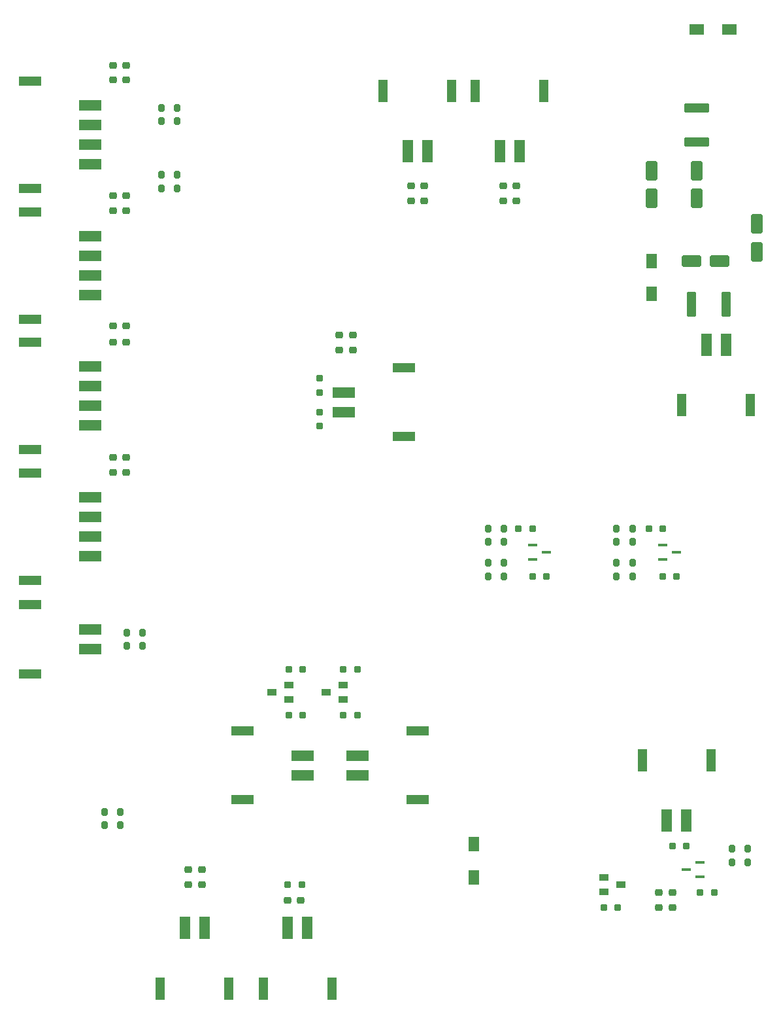
<source format=gbr>
%TF.GenerationSoftware,KiCad,Pcbnew,7.0.10-7.0.10~ubuntu22.04.1*%
%TF.CreationDate,2024-02-01T11:01:03+07:00*%
%TF.ProjectId,BFMC,42464d43-2e6b-4696-9361-645f70636258,rev?*%
%TF.SameCoordinates,Original*%
%TF.FileFunction,Paste,Bot*%
%TF.FilePolarity,Positive*%
%FSLAX46Y46*%
G04 Gerber Fmt 4.6, Leading zero omitted, Abs format (unit mm)*
G04 Created by KiCad (PCBNEW 7.0.10-7.0.10~ubuntu22.04.1) date 2024-02-01 11:01:03*
%MOMM*%
%LPD*%
G01*
G04 APERTURE LIST*
G04 Aperture macros list*
%AMRoundRect*
0 Rectangle with rounded corners*
0 $1 Rounding radius*
0 $2 $3 $4 $5 $6 $7 $8 $9 X,Y pos of 4 corners*
0 Add a 4 corners polygon primitive as box body*
4,1,4,$2,$3,$4,$5,$6,$7,$8,$9,$2,$3,0*
0 Add four circle primitives for the rounded corners*
1,1,$1+$1,$2,$3*
1,1,$1+$1,$4,$5*
1,1,$1+$1,$6,$7*
1,1,$1+$1,$8,$9*
0 Add four rect primitives between the rounded corners*
20,1,$1+$1,$2,$3,$4,$5,0*
20,1,$1+$1,$4,$5,$6,$7,0*
20,1,$1+$1,$6,$7,$8,$9,0*
20,1,$1+$1,$8,$9,$2,$3,0*%
G04 Aperture macros list end*
%ADD10RoundRect,0.212100X0.274600X0.212100X-0.274600X0.212100X-0.274600X-0.212100X0.274600X-0.212100X0*%
%ADD11RoundRect,0.212100X-0.212100X0.274600X-0.212100X-0.274600X0.212100X-0.274600X0.212100X0.274600X0*%
%ADD12R,2.898400X1.298400*%
%ADD13R,2.898400X1.398400*%
%ADD14RoundRect,0.212100X0.224600X0.212100X-0.224600X0.212100X-0.224600X-0.212100X0.224600X-0.212100X0*%
%ADD15RoundRect,0.212100X0.212100X-0.274600X0.212100X0.274600X-0.212100X0.274600X-0.212100X-0.274600X0*%
%ADD16RoundRect,0.212100X-0.224600X-0.212100X0.224600X-0.212100X0.224600X0.212100X-0.224600X0.212100X0*%
%ADD17RoundRect,0.234125X-1.015075X-0.515075X1.015075X-0.515075X1.015075X0.515075X-1.015075X0.515075X0*%
%ADD18R,1.398400X1.981200*%
%ADD19R,1.398400X1.988400*%
%ADD20RoundRect,0.212100X0.212100X-0.224600X0.212100X0.224600X-0.212100X0.224600X-0.212100X-0.224600X0*%
%ADD21R,1.981200X1.398400*%
%ADD22R,1.988400X1.398400*%
%ADD23RoundRect,0.234125X-0.515075X1.015075X-0.515075X-1.015075X0.515075X-1.015075X0.515075X1.015075X0*%
%ADD24R,1.219200X0.457200*%
%ADD25R,1.298400X2.898400*%
%ADD26R,1.398400X2.898400*%
%ADD27RoundRect,0.230462X-1.418738X0.368738X-1.418738X-0.368738X1.418738X-0.368738X1.418738X0.368738X0*%
%ADD28RoundRect,0.212100X-0.212100X0.224600X-0.212100X-0.224600X0.212100X-0.224600X0.212100X0.224600X0*%
%ADD29RoundRect,0.230462X0.368738X1.418738X-0.368738X1.418738X-0.368738X-1.418738X0.368738X-1.418738X0*%
%ADD30R,1.298400X0.898400*%
%ADD31RoundRect,0.212100X-0.274600X-0.212100X0.274600X-0.212100X0.274600X0.212100X-0.274600X0.212100X0*%
G04 APERTURE END LIST*
D10*
%TO.C,C28*%
X57504500Y-30454600D03*
X55779500Y-30454600D03*
%TD*%
D11*
%TO.C,C7*%
X104368600Y-90430350D03*
X104368600Y-92155350D03*
%TD*%
D12*
%TO.C,J13*%
X45006600Y-97120000D03*
X45006600Y-83220000D03*
D13*
X52806600Y-86360000D03*
X52806600Y-88900000D03*
X52806600Y-91440000D03*
X52806600Y-93980000D03*
%TD*%
D14*
%TO.C,R16*%
X87426800Y-114579400D03*
X85601800Y-114579400D03*
%TD*%
D15*
%TO.C,C37*%
X57562000Y-105612100D03*
X57562000Y-103887100D03*
%TD*%
D10*
%TO.C,C35*%
X57504500Y-83185000D03*
X55779500Y-83185000D03*
%TD*%
D12*
%TO.C,J11*%
X45006600Y-63321066D03*
X45006600Y-49421066D03*
D13*
X52806600Y-52561066D03*
X52806600Y-55101066D03*
X52806600Y-57641066D03*
X52806600Y-60181066D03*
%TD*%
D11*
%TO.C,C8*%
X123101950Y-90430350D03*
X123101950Y-92155350D03*
%TD*%
%TO.C,C21*%
X64065000Y-44653200D03*
X64065000Y-46378200D03*
%TD*%
D16*
%TO.C,R10*%
X110116450Y-96577150D03*
X111941450Y-96577150D03*
%TD*%
D10*
%TO.C,C16*%
X128233950Y-137541000D03*
X126508950Y-137541000D03*
%TD*%
D17*
%TO.C,C1*%
X130754200Y-55803800D03*
X134354200Y-55803800D03*
%TD*%
D14*
%TO.C,R14*%
X87426800Y-108635800D03*
X85601800Y-108635800D03*
%TD*%
D18*
%TO.C,D1*%
X125552200Y-60067400D03*
D19*
X125552200Y-55803800D03*
%TD*%
D12*
%TO.C,J7*%
X93499800Y-69641800D03*
X93499800Y-78541800D03*
D13*
X85699800Y-75361800D03*
X85699800Y-72821800D03*
%TD*%
D10*
%TO.C,C29*%
X57504500Y-47320200D03*
X55779500Y-47320200D03*
%TD*%
D11*
%TO.C,C18*%
X64065000Y-35966400D03*
X64065000Y-37691400D03*
%TD*%
%TO.C,C6*%
X106400600Y-90430350D03*
X106400600Y-92155350D03*
%TD*%
D20*
%TO.C,R12*%
X82550200Y-77186800D03*
X82550200Y-75361800D03*
%TD*%
D12*
%TO.C,J17*%
X95226800Y-116606400D03*
X95226800Y-125506400D03*
D13*
X87426800Y-122326400D03*
X87426800Y-119786400D03*
%TD*%
D10*
%TO.C,C27*%
X108025100Y-46073400D03*
X106300100Y-46073400D03*
%TD*%
D21*
%TO.C,D2*%
X135657800Y-25857200D03*
D22*
X131394200Y-25857200D03*
%TD*%
D23*
%TO.C,C2*%
X131394200Y-44097800D03*
X131394200Y-47697800D03*
%TD*%
D11*
%TO.C,C9*%
X121011000Y-90430350D03*
X121011000Y-92155350D03*
%TD*%
D15*
%TO.C,C12*%
X106400600Y-96577150D03*
X106400600Y-94852150D03*
%TD*%
D16*
%TO.C,R6*%
X125200400Y-90430350D03*
X127025400Y-90430350D03*
%TD*%
D15*
%TO.C,C13*%
X104368600Y-96577150D03*
X104368600Y-94852150D03*
%TD*%
D10*
%TO.C,C32*%
X57504500Y-64211200D03*
X55779500Y-64211200D03*
%TD*%
D24*
%TO.C,Q3*%
X110149000Y-94456250D03*
X110149000Y-92551250D03*
X111941450Y-93503750D03*
%TD*%
D25*
%TO.C,J8*%
X90774600Y-33805200D03*
X99674600Y-33805200D03*
D26*
X96494600Y-41605200D03*
X93954600Y-41605200D03*
%TD*%
D16*
%TO.C,R7*%
X108324000Y-90430350D03*
X110149000Y-90430350D03*
%TD*%
D12*
%TO.C,J16*%
X72589100Y-125506400D03*
X72589100Y-116606400D03*
D13*
X80389100Y-119786400D03*
X80389100Y-122326400D03*
%TD*%
D27*
%TO.C,F2*%
X131394200Y-35966400D03*
X131394200Y-40416400D03*
%TD*%
D11*
%TO.C,C40*%
X56692800Y-127097000D03*
X56692800Y-128822000D03*
%TD*%
D14*
%TO.C,R15*%
X80389100Y-114579400D03*
X78564100Y-114579400D03*
%TD*%
D10*
%TO.C,C17*%
X128233950Y-139471400D03*
X126508950Y-139471400D03*
%TD*%
%TO.C,C38*%
X67283500Y-134543800D03*
X65558500Y-134543800D03*
%TD*%
D28*
%TO.C,R11*%
X82550200Y-70996800D03*
X82550200Y-72821800D03*
%TD*%
D11*
%TO.C,C20*%
X62058400Y-35966400D03*
X62058400Y-37691400D03*
%TD*%
D10*
%TO.C,C25*%
X108025100Y-48029200D03*
X106300100Y-48029200D03*
%TD*%
D14*
%TO.C,R13*%
X80389100Y-108635800D03*
X78564100Y-108635800D03*
%TD*%
D29*
%TO.C,F1*%
X135204200Y-61391800D03*
X130754200Y-61391800D03*
%TD*%
D15*
%TO.C,C10*%
X135966200Y-133578600D03*
X135966200Y-131853600D03*
%TD*%
D12*
%TO.C,J14*%
X45006600Y-109199600D03*
X45006600Y-100299600D03*
D13*
X52806600Y-103479600D03*
X52806600Y-106019600D03*
%TD*%
D25*
%TO.C,J3*%
X84129800Y-149925800D03*
X75229800Y-149925800D03*
D26*
X78409800Y-142125800D03*
X80949800Y-142125800D03*
%TD*%
D12*
%TO.C,J10*%
X45006600Y-46421600D03*
X45006600Y-32521600D03*
D13*
X52806600Y-35661600D03*
X52806600Y-38201600D03*
X52806600Y-40741600D03*
X52806600Y-43281600D03*
%TD*%
D10*
%TO.C,C31*%
X57504500Y-49326800D03*
X55779500Y-49326800D03*
%TD*%
D15*
%TO.C,C15*%
X121011000Y-96577150D03*
X121011000Y-94852150D03*
%TD*%
%TO.C,C11*%
X137972800Y-133578600D03*
X137972800Y-131853600D03*
%TD*%
D25*
%TO.C,J1*%
X138384200Y-74462400D03*
X129484200Y-74462400D03*
D26*
X132664200Y-66662400D03*
X135204200Y-66662400D03*
%TD*%
D15*
%TO.C,C39*%
X59613800Y-105612100D03*
X59613800Y-103887100D03*
%TD*%
D14*
%TO.C,R17*%
X121181500Y-139471400D03*
X119356500Y-139471400D03*
%TD*%
D12*
%TO.C,J12*%
X45006600Y-80220532D03*
X45006600Y-66320532D03*
D13*
X52806600Y-69460532D03*
X52806600Y-72000532D03*
X52806600Y-74540532D03*
X52806600Y-77080532D03*
%TD*%
D30*
%TO.C,Q4*%
X78564100Y-110672800D03*
X78564100Y-112572800D03*
X76364100Y-111622800D03*
%TD*%
D10*
%TO.C,C34*%
X57504500Y-66268600D03*
X55779500Y-66268600D03*
%TD*%
D23*
%TO.C,C4*%
X125552200Y-44097800D03*
X125552200Y-47697800D03*
%TD*%
D16*
%TO.C,R8*%
X128233950Y-131470400D03*
X130058950Y-131470400D03*
%TD*%
D15*
%TO.C,C14*%
X123101950Y-96577150D03*
X123101950Y-94852150D03*
%TD*%
D10*
%TO.C,C24*%
X96092100Y-48029200D03*
X94367100Y-48029200D03*
%TD*%
D18*
%TO.C,D3*%
X102489000Y-131283200D03*
D19*
X102489000Y-135546800D03*
%TD*%
D30*
%TO.C,Q5*%
X85601800Y-110672800D03*
X85601800Y-112572800D03*
X83401800Y-111622800D03*
%TD*%
%TO.C,Q6*%
X119356500Y-137464800D03*
X119356500Y-135564800D03*
X121556500Y-136514800D03*
%TD*%
D24*
%TO.C,Q2*%
X127025400Y-94456250D03*
X127025400Y-92551250D03*
X128817850Y-93503750D03*
%TD*%
D10*
%TO.C,C30*%
X57504500Y-32385000D03*
X55779500Y-32385000D03*
%TD*%
D24*
%TO.C,Q1*%
X131851400Y-133578600D03*
X131851400Y-135483600D03*
X130058950Y-134531100D03*
%TD*%
D10*
%TO.C,C33*%
X57504500Y-81203800D03*
X55779500Y-81203800D03*
%TD*%
%TO.C,C26*%
X96087100Y-46073400D03*
X94362100Y-46073400D03*
%TD*%
D25*
%TO.C,J9*%
X102712600Y-33805200D03*
X111612600Y-33805200D03*
D26*
X108432600Y-41605200D03*
X105892600Y-41605200D03*
%TD*%
D14*
%TO.C,R5*%
X133676400Y-137541000D03*
X131851400Y-137541000D03*
%TD*%
D31*
%TO.C,C22*%
X85116500Y-65379600D03*
X86841500Y-65379600D03*
%TD*%
D16*
%TO.C,R9*%
X126981900Y-96577150D03*
X128806900Y-96577150D03*
%TD*%
D25*
%TO.C,J4*%
X124338950Y-120419200D03*
X133238950Y-120419200D03*
D26*
X130058950Y-128219200D03*
X127518950Y-128219200D03*
%TD*%
D10*
%TO.C,C36*%
X67284600Y-136525000D03*
X65559600Y-136525000D03*
%TD*%
D25*
%TO.C,J15*%
X70799800Y-149925800D03*
X61899800Y-149925800D03*
D26*
X65079800Y-142125800D03*
X67619800Y-142125800D03*
%TD*%
D23*
%TO.C,C3*%
X139166600Y-51006600D03*
X139166600Y-54606600D03*
%TD*%
D11*
%TO.C,C41*%
X54686200Y-127097000D03*
X54686200Y-128822000D03*
%TD*%
%TO.C,C19*%
X62058400Y-44653200D03*
X62058400Y-46378200D03*
%TD*%
D31*
%TO.C,C23*%
X85115400Y-67335400D03*
X86840400Y-67335400D03*
%TD*%
%TO.C,C5*%
X78409800Y-138506200D03*
X80134800Y-138506200D03*
%TD*%
D14*
%TO.C,R3*%
X80234800Y-136525000D03*
X78409800Y-136525000D03*
%TD*%
M02*

</source>
